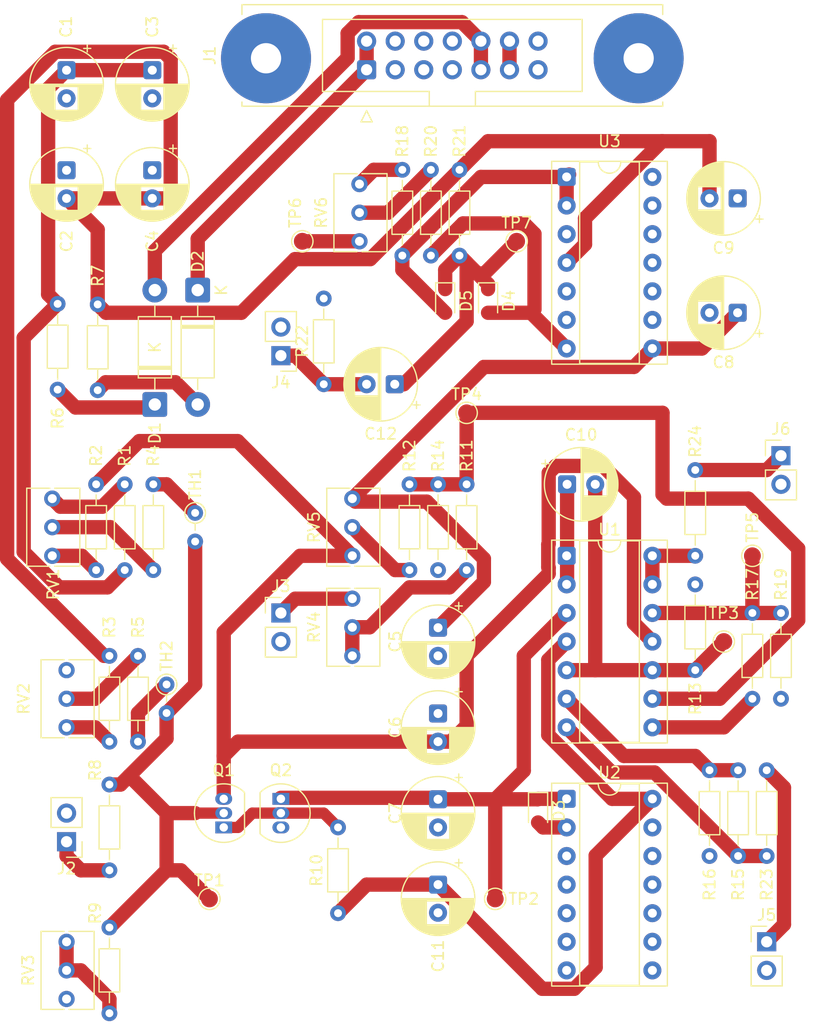
<source format=kicad_pcb>
(kicad_pcb (version 20241229) (generator "pcbnew") (generator_version "9.0")
  (layers (0 "F.Cu" signal) (2 "B.Cu" signal) (13 "F.Paste" user) (15 "B.Paste" user) (5 "F.SilkS" user "F.Silkscreen") (7 "B.SilkS" user "B.Silkscreen") (1 "F.Mask" user) (3 "B.Mask" user) (25 "Edge.Cuts" user))
  (net 0 "")
  (net 1 "GND")
  (net 2 "+12V")
  (net 3 "-12V")
  (net 4 "Net-(D3-K)")
  (net 5 "Net-(U1B-+)")
  (net 6 "Net-(U1A--)")
  (net 7 "Net-(D4-K)")
  (net 8 "Net-(D1-K)")
  (net 9 "Net-(D1-A)")
  (net 10 "Net-(D2-A)")
  (net 11 "Net-(D2-K)")
  (net 12 "Net-(D3-A)")
  (net 13 "Net-(D4-A)")
  (net 14 "Net-(D5-A)")
  (net 17 "+5V")
  (net 20 "Net-(Q1-B)")
  (net 21 "Net-(Q1-C)")
  (net 22 "Net-(R1-Pad1)")
  (net 23 "Net-(R2-Pad2)")
  (net 24 "Net-(R3-Pad2)")
  (net 25 "Net-(R4-Pad2)")
  (net 26 "Net-(R4-Pad1)")
  (net 27 "Net-(R5-Pad1)")
  (net 28 "Net-(R5-Pad2)")
  (net 29 "Net-(R9-Pad2)")
  (net 30 "Net-(U1C--)")
  (net 31 "Net-(R11-Pad1)")
  (net 32 "Net-(R12-Pad1)")
  (net 33 "Net-(U1B--)")
  (net 34 "Net-(R15-Pad2)")
  (net 35 "Net-(R17-Pad1)")
  (net 36 "Net-(U1D-+)")
  (net 37 "Net-(R18-Pad1)")
  (net 38 "Net-(R20-Pad2)")
  (net 39 "Net-(U1D--)")
  (net 40 "Net-(U3B--)")
  (net 46 "Net-(J4-Pin_1)")
  (net 47 "Net-(J3-Pin_1)")
  (net 48 "Net-(J2-Pin_1)")
  (net 49 "Net-(J5-Pin_1)")
  (net 50 "Net-(J6-Pin_1)")
  (footprint "Resistor_THT:R_Axial_DIN0204_L3.6mm_D1.6mm_P7.62mm_Horizontal" (layer "F.Cu") (at -1.27 -81.28 90)
    (property "Reference" "R11")
    (property "Value" "68k")
  )
  (footprint "Resistor_THT:R_Axial_DIN0204_L3.6mm_D1.6mm_P7.62mm_Horizontal" (layer "F.Cu") (at -4.445 -109.22 90)
    (property "Reference" "R20")
    (property "Value" "50k")
  )
  (footprint "Resistor_THT:R_Axial_DIN0204_L3.6mm_D1.6mm_P7.62mm_Horizontal" (layer "F.Cu") (at -13.97 -97.79 90)
    (property "Reference" "R22")
    (property "Value" "200k")
  )
  (footprint "Capacitor_THT:CP_Radial_D6.3mm_P2.50mm" (layer "F.Cu") (at -29.21 -125.69 -90)
    (property "Reference" "C3")
    (property "Value" "0.1u")
  )
  (footprint "Capacitor_THT:CP_Radial_D6.3mm_P2.50mm" (layer "F.Cu") (at 7.66 -88.9)
    (property "Reference" "C10")
    (property "Value" "1u")
  )
  (footprint "TestPoint:TestPoint_Pad_D1.5mm" (layer "F.Cu") (at 24.13 -82.55 90)
    (property "Reference" "TP5")
    (property "Value" "TestPoint")
  )
  (footprint "Package_DIP:DIP-14_W7.62mm_Socket" (layer "F.Cu") (at 7.62 -82.55)
    (property "Reference" "U1")
    (property "Value" "TL074")
  )
  (footprint "Package_DIP:DIP-14_W7.62mm_Socket" (layer "F.Cu") (at 7.62 -60.96)
    (property "Reference" "U2")
    (property "Value" "40106")
  )
  (footprint "Capacitor_THT:CP_Radial_D6.3mm_P2.50mm" (layer "F.Cu") (at -3.81 -53.34 -90)
    (property "Reference" "C11")
    (property "Value" "0.1u")
  )
  (footprint "Connector_PinHeader_2.54mm:PinHeader_1x02_P2.54mm_Vertical" (layer "F.Cu") (at 25.4 -48.26)
    (property "Reference" "J5")
    (property "Value" "OUT_saw")
  )
  (footprint "Diode_THT:D_DO-41_SOD81_P10.16mm_Horizontal" (layer "F.Cu") (at -28.983 -95.993 90)
    (property "Reference" "D1")
    (property "Value" "1N5819")
  )
  (footprint "Connector_IDC:IDC-Header_2x07-1MP_P2.54mm_Latch_Vertical" (layer "F.Cu") (at -10.16 -125.73 90)
    (property "Reference" "J1")
    (property "Value" "Power")
  )
  (footprint "Resistor_THT:R_Axial_DIN0204_L3.6mm_D1.6mm_P7.62mm_Horizontal" (layer "F.Cu") (at 19.05 -80.01 -90)
    (property "Reference" "R13")
    (property "Value" "100k")
  )
  (footprint "Resistor_THT:R_Axial_DIN0204_L3.6mm_D1.6mm_P2.54mm_Vertical" (layer "F.Cu") (at -27.94 -71.12 -90)
    (property "Reference" "TH2")
    (property "Value" "NTC 10k")
  )
  (footprint "Resistor_THT:R_Axial_DIN0204_L3.6mm_D1.6mm_P7.62mm_Horizontal" (layer "F.Cu") (at -29.12 -88.9 -90)
    (property "Reference" "R4")
    (property "Value" "100k")
  )
  (footprint "Resistor_THT:R_Axial_DIN0204_L3.6mm_D1.6mm_P7.62mm_Horizontal" (layer "F.Cu") (at -33.02 -73.66 -90)
    (property "Reference" "R3")
    (property "Value" "100k")
  )
  (footprint "TestPoint:TestPoint_Pad_D1.5mm" (layer "F.Cu") (at 1.27 -52.07)
    (property "Reference" "TP2")
    (property "Value" "TestPoint")
  )
  (footprint "Resistor_THT:R_Axial_DIN0204_L3.6mm_D1.6mm_P7.62mm_Horizontal" (layer "F.Cu") (at -33.02 -49.53 -90)
    (property "Reference" "R9")
    (property "Value" "1.5K")
  )
  (footprint "Potentiometer_THT:Potentiometer_Bourns_3266Y_Vertical" (layer "F.Cu") (at -38.1 -87.63 90)
    (property "Reference" "RV1")
    (property "Value" "100k")
  )
  (footprint "Resistor_THT:R_Axial_DIN0204_L3.6mm_D1.6mm_P7.62mm_Horizontal" (layer "F.Cu") (at -6.35 -81.28 90)
    (property "Reference" "R12")
    (property "Value" "100k")
  )
  (footprint "Resistor_THT:R_Axial_DIN0204_L3.6mm_D1.6mm_P7.62mm_Horizontal" (layer "F.Cu") (at -1.905 -109.22 90)
    (property "Reference" "R21")
    (property "Value" "20k")
  )
  (footprint "Capacitor_THT:CP_Radial_D6.3mm_P2.50mm" (layer "F.Cu") (at 22.82 -104.14 180)
    (property "Reference" "C8")
    (property "Value" "0.1u")
  )
  (footprint "TestPoint:TestPoint_Pad_D1.5mm" (layer "F.Cu") (at -1.27 -95.25)
    (property "Reference" "TP4")
    (property "Value" "TestPoint")
  )
  (footprint "Resistor_THT:R_Axial_DIN0204_L3.6mm_D1.6mm_P7.62mm_Horizontal" (layer "F.Cu") (at 24.13 -69.85 90)
    (property "Reference" "R17")
    (property "Value" "100k")
  )
  (footprint "Resistor_THT:R_Axial_DIN0204_L3.6mm_D1.6mm_P7.62mm_Horizontal" (layer "F.Cu") (at -6.985 -116.84 -90)
    (property "Reference" "R18")
    (property "Value" "50k")
  )
  (footprint "Diode_THT:D_DO-41_SOD81_P10.16mm_Horizontal" (layer "F.Cu") (at -25.173 -106.153 -90)
    (property "Reference" "D2")
    (property "Value" "1N5819")
  )
  (footprint "Capacitor_THT:CP_Radial_D6.3mm_P2.50mm" (layer "F.Cu") (at -3.81 -60.92 -90)
    (property "Reference" "C7")
    (property "Value" "2.2n")
  )
  (footprint "Resistor_THT:R_Axial_DIN0204_L3.6mm_D1.6mm_P7.62mm_Horizontal" (layer "F.Cu") (at 19.05 -90.17 -90)
    (property "Reference" "R24")
    (property "Value" "1k")
  )
  (footprint "TestPoint:TestPoint_Pad_D1.5mm" (layer "F.Cu") (at -24.13 -52.07)
    (property "Reference" "TP1")
    (property "Value" "TestPoint")
  )
  (footprint "Capacitor_THT:CP_Radial_D6.3mm_P2.50mm" (layer "F.Cu") (at 22.82 -114.3 180)
    (property "Reference" "C9")
    (property "Value" "0.1u")
  )
  (footprint "Capacitor_THT:CP_Radial_D6.3mm_P2.50mm" (layer "F.Cu") (at -3.81 -68.54 -90)
    (property "Reference" "C6")
    (property "Value" "0.1u")
  )
  (footprint "Package_TO_SOT_THT:TO-92_Inline" (layer "F.Cu") (at -22.86 -58.42 90)
    (property "Reference" "Q1")
    (property "Value" "BC558")
  )
  (footprint "Capacitor_THT:CP_Radial_D6.3mm_P2.50mm" (layer "F.Cu") (at -36.83 -125.69 -90)
    (property "Reference" "C1")
    (property "Value" "1u")
  )
  (footprint "Potentiometer_THT:Potentiometer_Bourns_3266Y_Vertical" (layer "F.Cu") (at -10.795 -115.57 90)
    (property "Reference" "RV6")
    (property "Value" "100k")
  )
  (footprint "Resistor_THT:R_Axial_DIN0204_L3.6mm_D1.6mm_P7.62mm_Horizontal" (layer "F.Cu") (at 22.86 -63.5 -90)
    (property "Reference" "R15")
    (property "Value" "100k")
  )
  (footprint "Capacitor_THT:CP_Radial_D6.3mm_P2.50mm" (layer "F.Cu") (at -3.81 -76.16 -90)
    (property "Reference" "C5")
    (property "Value" "0.1u")
  )
  (footprint "Diode_SMD:D_SOD-323" (layer "F.Cu") (at 5.08 -59.91 -90)
    (property "Reference" "D3")
    (property "Value" "1N4148WS")
  )
  (footprint "Package_TO_SOT_THT:TO-92_Inline" (layer "F.Cu") (at -17.78 -60.96 -90)
    (property "Reference" "Q2")
    (property "Value" "BC548")
  )
  (footprint "Package_DIP:DIP-14_W7.62mm_Socket" (layer "F.Cu") (at 7.62 -116.205)
    (property "Reference" "U3")
    (property "Value" "TL072")
  )
  (footprint "Potentiometer_THT:Potentiometer_Bourns_3266Y_Vertical" (layer "F.Cu") (at -11.43 -87.63 90)
    (property "Reference" "RV5")
    (property "Value" "100k")
  )
  (footprint "Resistor_THT:R_Axial_DIN0204_L3.6mm_D1.6mm_P7.62mm_Horizontal" (layer "F.Cu") (at -12.7 -50.8 90)
    (property "Reference" "R10")
    (property "Value" "1M")
  )
  (footprint "Capacitor_THT:CP_Radial_D6.3mm_P2.50mm" (layer "F.Cu") (at -7.66 -97.79 180)
    (property "Reference" "C12")
    (property "Value" "1u")
  )
  (footprint "Resistor_THT:R_Axial_DIN0204_L3.6mm_D1.6mm_P7.62mm_Horizontal" (layer "F.Cu") (at -34.063 -97.263 90)
    (property "Reference" "R7")
    (property "Value" "10")
  )
  (footprint "Resistor_THT:R_Axial_DIN0204_L3.6mm_D1.6mm_P7.62mm_Horizontal" (layer "F.Cu") (at 25.4 -63.5 -90)
    (property "Reference" "R23")
    (property "Value" "1k")
  )
  (footprint "TestPoint:TestPoint_Pad_D1.5mm" (layer "F.Cu") (at -15.875 -110.49)
    (property "Reference" "TP6")
    (property "Value" "TestPoint")
  )
  (footprint "Resistor_THT:R_Axial_DIN0204_L3.6mm_D1.6mm_P7.62mm_Horizontal" (layer "F.Cu") (at 26.67 -77.47 -90)
    (property "Reference" "R19")
    (property "Value" "60k")
  )
  (footprint "Resistor_THT:R_Axial_DIN0204_L3.6mm_D1.6mm_P7.62mm_Horizontal" (layer "F.Cu") (at -33.02 -54.61 90)
    (property "Reference" "R8")
    (property "Value" "100k")
  )
  (footprint "Potentiometer_THT:Potentiometer_Bourns_3266Y_Vertical" (layer "F.Cu") (at -36.83 -48.26 90)
    (property "Reference" "RV3")
    (property "Value" "1k")
  )
  (footprint "Capacitor_THT:CP_Radial_D6.3mm_P2.50mm" (layer "F.Cu") (at -36.83 -116.8 -90)
    (property "Reference" "C2")
    (property "Value" "1u")
  )
  (footprint "Diode_SMD:D_SOD-323" (layer "F.Cu") (at 0.635 -105.19 -90)
    (property "Reference" "D4")
    (property "Value" "1N4148WS" (hide yes))
  )
  (footprint "Resistor_THT:R_Axial_DIN0204_L3.6mm_D1.6mm_P7.62mm_Horizontal" (layer "F.Cu") (at -34.2 -88.9 -90)
    (property "Reference" "R2")
    (property "Value" "33k")
  )
  (footprint "Capacitor_THT:CP_Radial_D6.3mm_P2.50mm" (layer "F.Cu") (at -29.21 -116.8 -90)
    (property "Reference" "C4")
    (property "Value" "0.1u")
  )
  (footprint "Resistor_THT:R_Axial_DIN0204_L3.6mm_D1.6mm_P7.62mm_Horizontal" (layer "F.Cu") (at 20.32 -63.5 -90)
    (property "Reference" "R16")
    (property "Value" "47k")
  )
  (footprint "Connector_PinHeader_2.54mm:PinHeader_1x02_P2.54mm_Vertical" (layer "F.Cu") (at -17.78 -100.33 180)
    (property "Reference" "J4")
    (property "Value" "OUT_triangle")
  )
  (footprint "Resistor_THT:R_Axial_DIN0204_L3.6mm_D1.6mm_P2.54mm_Vertical" (layer "F.Cu") (at -25.4 -86.36 -90)
    (property "Reference" "TH1")
    (property "Value" "NTC 10k")
  )
  (footprint "TestPoint:TestPoint_Pad_D1.5mm" (layer "F.Cu") (at 3.175 -110.49)
    (property "Reference" "TP7")
    (property "Value" "TestPoint")
  )
  (footprint "TestPoint:TestPoint_Pad_D1.5mm" (layer "F.Cu") (at 21.59 -74.93)
    (property "Reference" "TP3")
    (property "Value" "TestPoint")
  )
  (footprint "Resistor_THT:R_Axial_DIN0204_L3.6mm_D1.6mm_P7.62mm_Horizontal" (layer "F.Cu") (at -30.48 -66.04 90)
    (property "Reference" "R5")
    (property "Value" "1M")
  )
  (footprint "Diode_SMD:D_SOD-323" (layer "F.Cu") (at -3.175 -105.19 -90)
    (property "Reference" "D5")
    (property "Value" "1N4148WS")
  )
  (footprint "Resistor_THT:R_Axial_DIN0204_L3.6mm_D1.6mm_P7.62mm_Horizontal" (layer "F.Cu") (at -31.66 -88.9 -90)
    (property "Reference" "R1")
    (property "Value" "100k")
  )
  (footprint "Resistor_THT:R_Axial_DIN0204_L3.6mm_D1.6mm_P7.62mm_Horizontal" (layer "F.Cu") (at -37.623 -97.313 90)
    (property "Reference" "R6")
    (property "Value" "10")
  )
  (footprint "Connector_PinHeader_2.54mm:PinHeader_1x02_P2.54mm_Vertical" (layer "F.Cu") (at -17.78 -77.47)
    (property "Reference" "J3")
    (property "Value" "Conn_01x02_Pin")
  )
  (footprint "Potentiometer_THT:Potentiometer_Bourns_3266Y_Vertical" (layer "F.Cu") (at -36.83 -72.39 90)
    (property "Reference" "RV2")
    (property "Value" "100k")
  )
  (footprint "Potentiometer_THT:Potentiometer_Bourns_3266Y_Vertical" (layer "F.Cu") (at -11.43 -78.74 90)
    (property "Reference" "RV4")
    (property "Value" "100k")
  )
  (footprint "Connector_PinHeader_2.54mm:PinHeader_1x02_P2.54mm_Vertical" (layer "F.Cu") (at -36.83 -57.15 180)
    (property "Reference" "J2")
    (property "Value" "IN_vco")
  )
  (footprint "Resistor_THT:R_Axial_DIN0204_L3.6mm_D1.6mm_P7.62mm_Horizontal" (layer "F.Cu") (at -3.81 -88.9 -90)
    (property "Reference" "R14")
    (property "Value" "14k")
  )
  (footprint "Connector_PinHeader_2.54mm:PinHeader_1x02_P2.54mm_Vertical" (layer "F.Cu") (at 26.67 -91.44)
    (property "Reference" "J6")
    (property "Value" "OUT_pwm")
  )
  (segment (start 10.2 -55.92) (end 15.24 -60.96) (width 1.27) (layer "F.Cu") (net 2))
  (segment (start 13.604 -99.329) (end 15.24 -100.965) (width 1.27) (layer "F.Cu") (net 2))
  (segment (start -4.814 -87.364) (end -11.164 -87.364) (width 1.27) (layer "F.Cu") (net 2))
  (segment (start 5.984 -73.294) (end 5.984 -66.632346) (width 1.27) (layer "F.Cu") (net 2))
  (segment (start -3.81 -53.34) (end -10.16 -53.34) (width 1.27) (layer "F.Cu") (net 2))
  (segment (start 5.446 -44.084) (end 8.297654 -44.084) (width 1.27) (layer "F.Cu") (net 2))
  (segment (start 7.62 -74.93) (end 5.984 -73.294) (width 1.27) (layer "F.Cu") (net 2))
  (segment (start -38.466 -124.054) (end -38.466 -105.776) (width 1.27) (layer "F.Cu") (net 2))
  (segment (start -11.164 -87.364) (end -11.43 -87.63) (width 1.27) (layer "F.Cu") (net 2))
  (segment (start -40.64 -101.916) (end -40.64 -82.889483) (width 1.27) (layer "F.Cu") (net 2))
  (segment (start 11.656346 -60.96) (end 15.24 -60.96) (width 1.27) (layer "F.Cu") (net 2))
  (segment (start -3.81 -76.16) (end 0.266 -80.236) (width 1.27) (layer "F.Cu") (net 2))
  (segment (start 10.2 -45.986346) (end 10.2 -55.92) (width 1.27) (layer "F.Cu") (net 2))
  (segment (start -38.466 -105.776) (end -37.623 -104.933) (width 1.27) (layer "F.Cu") (net 2))
  (segment (start -36.87 -125.73) (end -36.83 -125.69) (width 1.27) (layer "F.Cu") (net 2))
  (segment (start 0.266 -80.236) (end 0.266 -82.284) (width 1.27) (layer "F.Cu") (net 2))
  (segment (start 19.645 -100.965) (end 15.24 -100.965) (width 1.27) (layer "F.Cu") (net 2))
  (segment (start 5.984 -66.632346) (end 11.656346 -60.96) (width 1.27) (layer "F.Cu") (net 2))
  (segment (start -10.16 -53.34) (end -12.7 -50.8) (width 1.27) (layer "F.Cu") (net 2))
  (segment (start -36.83 -125.69) (end -38.466 -124.054) (width 1.27) (layer "F.Cu") (net 2))
  (segment (start -3.81 -53.34) (end 5.446 -44.084) (width 1.27) (layer "F.Cu") (net 2))
  (segment (start 0.266 -82.284) (end -4.814 -87.364) (width 1.27) (layer "F.Cu") (net 2))
  (segment (start 0.269 -99.329) (end 13.604 -99.329) (width 1.27) (layer "F.Cu") (net 2))
  (segment (start -33.196 -79.744) (end -31.66 -81.28) (width 1.27) (layer "F.Cu") (net 2))
  (segment (start -29.21 -125.69) (end -36.83 -125.69) (width 1.27) (layer "F.Cu") (net 2))
  (segment (start -37.623 -104.933) (end -40.64 -101.916) (width 1.27) (layer "F.Cu") (net 2))
  (segment (start -11.43 -87.63) (end 0.269 -99.329) (width 1.27) (layer "F.Cu") (net 2))
  (segment (start -37.494517 -79.744) (end -33.196 -79.744) (width 1.27) (layer "F.Cu") (net 2))
  (segment (start -40.64 -82.889483) (end -37.494517 -79.744) (width 1.27) (layer "F.Cu") (net 2))
  (segment (start 22.82 -104.14) (end 19.645 -100.965) (width 1.27) (layer "F.Cu") (net 2))
  (segment (start 8.297654 -44.084) (end 10.2 -45.986346) (width 1.27) (layer "F.Cu") (net 2))
  (segment (start -42.111 -82.280175) (end -42.111 -123.051762) (width 1.27) (layer "F.Cu") (net 3))
  (segment (start 6.024 -80.954) (end -1.27 -73.66) (width 1.27) (layer "F.Cu") (net 3))
  (segment (start 20.32 -119.38) (end 16.101346 -119.38) (width 1.27) (layer "F.Cu") (net 3))
  (segment (start -29.21 -114.3) (end -36.83 -114.3) (width 1.27) (layer "F.Cu") (net 3))
  (segment (start -1.27 -73.66) (end -1.27 -67.44863) (width 1.27) (layer "F.Cu") (net 3))
  (segment (start -22.86 -75.762) (end -22.86 -64.77) (width 1.27) (layer "F.Cu") (net 3))
  (segment (start -33.490825 -73.66) (end -42.111 -82.280175) (width 1.27) (layer "F.Cu") (net 3))
  (segment (start 9.256 -110.221) (end 7.62 -108.585) (width 1.27) (layer "F.Cu") (net 3))
  (segment (start -16.072 -82.55) (end -22.86 -75.762) (width 1.27) (layer "F.Cu") (net 3))
  (segment (start -2.67863 -66.04) (end -3.81 -66.04) (width 1.27) (layer "F.Cu") (net 3))
  (segment (start 6.024 -81.503238) (end 6.024 -80.954) (width 1.27) (layer "F.Cu") (net 3))
  (segment (start -42.111 -123.051762) (end -37.836762 -127.326) (width 1.27) (layer "F.Cu") (net 3))
  (segment (start -34.063 -111.533) (end -36.83 -114.3) (width 1.27) (layer "F.Cu") (net 3))
  (segment (start -34.2 -88.9) (end -30.359 -92.741) (width 1.27) (layer "F.Cu") (net 3))
  (segment (start 6.653238 -90.536) (end 6.024 -89.906762) (width 1.27) (layer "F.Cu") (net 3))
  (segment (start -22.86 -64.77) (end -22.86 -61.051) (width 1.27) (layer "F.Cu") (net 3))
  (segment (start -1.905 -116.84) (end 0.635 -119.38) (width 1.27) (layer "F.Cu") (net 3))
  (segment (start -27.574 -126.696762) (end -27.574 -114.666) (width 1.27) (layer "F.Cu") (net 3))
  (segment (start -27.574 -114.666) (end -27.94 -114.3) (width 1.27) (layer "F.Cu") (net 3))
  (segment (start -11.43 -82.55) (end -16.072 -82.55) (width 1.27) (layer "F.Cu") (net 3))
  (segment (start 5.984 -81.543238) (end 6.024 -81.503238) (width 1.27) (layer "F.Cu") (net 3))
  (segment (start -21.295943 -104.14) (end -16.531943 -108.904) (width 1.27) (layer "F.Cu") (net 3))
  (segment (start -37.836762 -127.326) (end -28.203238 -127.326) (width 1.27) (layer "F.Cu") (net 3))
  (segment (start 10.837654 -90.536) (end 6.653238 -90.536) (width 1.27) (layer "F.Cu") (net 3))
  (segment (start -27.94 -114.3) (end -29.21 -114.3) (width 1.27) (layer "F.Cu") (net 3))
  (segment (start 0.635 -119.38) (end 16.101346 -119.38) (width 1.27) (layer "F.Cu") (net 3))
  (segment (start 6.024 -83.596762) (end 5.984 -83.556762) (width 1.27) (layer "F.Cu") (net 3))
  (segment (start 5.984 -83.556762) (end 5.984 -81.543238) (width 1.27) (layer "F.Cu") (net 3))
  (segment (start 15.24 -74.93) (end 13.604 -76.566) (width 1.27) (layer "F.Cu") (net 3))
  (segment (start -33.02 -73.66) (end -33.490825 -73.66) (width 1.27) (layer "F.Cu") (net 3))
  (segment (start 13.604 -76.566) (end 13.604 -87.769654) (width 1.27) (layer "F.Cu") (net 3))
  (segment (start 20.32 -119.38) (end 20.32 -114.3) (width 1.27) (layer "F.Cu") (net 3))
  (segment (start -1.27 -67.44863) (end -2.67863 -66.04) (width 1.27) (layer "F.Cu") (net 3))
  (segment (start 16.101346 -119.38) (end 9.256 -112.534654) (width 1.27) (layer "F.Cu") (net 3))
  (segment (start -34.063 -104.883) (end -33.32 -104.14) (width 1.27) (layer "F.Cu") (net 3))
  (segment (start -3.81 -66.04) (end -21.59 -66.04) (width 1.27) (layer "F.Cu") (net 3))
  (segment (start -28.203238 -127.326) (end -27.574 -126.696762) (width 1.27) (layer "F.Cu") (net 3))
  (segment (start -34.063 -104.883) (end -34.063 -111.533) (width 1.27) (layer "F.Cu") (net 3))
  (segment (start -9.841 -108.904) (end -1.905 -116.84) (width 1.27) (layer "F.Cu") (net 3))
  (segment (start 6.024 -89.906762) (end 6.024 -83.596762) (width 1.27) (layer "F.Cu") (net 3))
  (segment (start 13.604 -87.769654) (end 10.837654 -90.536) (width 1.27) (layer "F.Cu") (net 3))
  (segment (start -16.531943 -108.904) (end -9.841 -108.904) (width 1.27) (layer "F.Cu") (net 3))
  (segment (start -21.621 -92.741) (end -11.43 -82.55) (width 1.27) (layer "F.Cu") (net 3))
  (segment (start 9.256 -112.534654) (end 9.256 -110.221) (width 1.27) (layer "F.Cu") (net 3))
  (segment (start -30.359 -92.741) (end -21.621 -92.741) (width 1.27) (layer "F.Cu") (net 3))
  (segment (start -21.59 -66.04) (end -22.86 -64.77) (width 1.27) (layer "F.Cu") (net 3))
  (segment (start -33.32 -104.14) (end -21.295943 -104.14) (width 1.27) (layer "F.Cu") (net 3))
  (segment (start 7.62 -77.47) (end 3.81 -73.66) (width 1.27) (layer "F.Cu") (net 4))
  (segment (start 3.81 -73.66) (end 3.81 -63.46) (width 1.27) (layer "F.Cu") (net 4))
  (segment (start -3.81 -60.92) (end -3.941 -61.051) (width 1.27) (layer "F.Cu") (net 4))
  (segment (start -3.941 -61.051) (end -17.78 -61.051) (width 1.27) (layer "F.Cu") (net 4))
  (segment (start 1.27 -52.07) (end 1.27 -60.92) (width 1.27) (layer "F.Cu") (net 4))
  (segment (start 1.27 -60.92) (end 5.04 -60.92) (width 1.27) (layer "F.Cu") (net 4))
  (segment (start 3.81 -63.46) (end 1.27 -60.92) (width 1.27) (layer "F.Cu") (net 4))
  (segment (start 7.62 -60.96) (end 5.08 -60.96) (width 1.27) (layer "F.Cu") (net 4))
  (segment (start 5.04 -60.92) (end 5.08 -60.96) (width 1.27) (layer "F.Cu") (net 4))
  (segment (start -3.81 -60.92) (end 1.27 -60.92) (width 1.27) (layer "F.Cu") (net 4))
  (segment (start 15.24 -72.39) (end 19.05 -72.39) (width 1.27) (layer "F.Cu") (net 5))
  (segment (start 15.24 -72.39) (end 10.16 -72.39) (width 1.27) (layer "F.Cu") (net 5))
  (segment (start 21.59 -74.93) (end 19.05 -72.39) (width 1.27) (layer "F.Cu") (net 5))
  (segment (start 10.16 -72.39) (end 7.62 -72.39) (width 1.27) (layer "F.Cu") (net 5))
  (segment (start 10.16 -88.9) (end 10.16 -72.39) (width 1.27) (layer "F.Cu") (net 5))
  (segment (start 7.66 -88.9) (end 7.66 -80.05) (width 1.27) (layer "F.Cu") (net 6))
  (segment (start 7.66 -80.05) (end 7.62 -80.01) (width 1.27) (layer "F.Cu") (net 6))
  (segment (start 0.3175 -107.6325) (end -0.3175 -107.6325) (width 1.27) (layer "F.Cu") (net 7))
  (segment (start 0.635 -106.24) (end 0.635 -106.68) (width 1.27) (layer "F.Cu") (net 7))
  (segment (start -0.3175 -107.6325) (end -1.905 -109.22) (width 1.27) (layer "F.Cu") (net 7))
  (segment (start -1.27 -108.585) (end -1.905 -109.22) (width 1.27) (layer "F.Cu") (net 7))
  (segment (start -7.66 -97.79) (end -6.86 -97.79) (width 1.27) (layer "F.Cu") (net 7))
  (segment (start -3.175 -107.95) (end -1.905 -109.22) (width 1.27) (layer "F.Cu") (net 7))
  (segment (start -1.27 -103.38) (end -1.27 -108.585) (width 1.27) (layer "F.Cu") (net 7))
  (segment (start 0.635 -106.68) (end -0.3175 -107.6325) (width 1.27) (layer "F.Cu") (net 7))
  (segment (start 3.175 -110.49) (end 0.3175 -107.6325) (width 1.27) (layer "F.Cu") (net 7))
  (segment (start -6.86 -97.79) (end -1.27 -103.38) (width 1.27) (layer "F.Cu") (net 7))
  (segment (start -3.175 -106.24) (end -3.175 -107.95) (width 1.27) (layer "F.Cu") (net 7))
  (segment (start -29.249 -95.727) (end -36.037 -95.727) (width 1.27) (layer "F.Cu") (net 8))
  (segment (start -36.037 -95.727) (end -37.623 -97.313) (width 1.27) (layer "F.Cu") (net 8))
  (segment (start -28.983 -95.993) (end -29.249 -95.727) (width 1.27) (layer "F.Cu") (net 8))
  (segment (start -28.983 -106.153) (end -28.983 -109.649762) (width 1.27) (layer "F.Cu") (net 9))
  (segment (start 0 -125.73) (end 0 -128.27) (width 1.27) (layer "F.Cu") (net 9))
  (segment (start -28.983 -109.649762) (end -11.846 -126.786762) (width 1.27) (layer "F.Cu") (net 9))
  (segment (start -11.846 -126.786762) (end -11.846 -128.968365) (width 1.27) (layer "F.Cu") (net 9))
  (segment (start -1.686 -129.956) (end 0 -128.27) (width 1.27) (layer "F.Cu") (net 9))
  (segment (start -10.858365 -129.956) (end -1.686 -129.956) (width 1.27) (layer "F.Cu") (net 9))
  (segment (start -11.846 -128.968365) (end -10.858365 -129.956) (width 1.27) (layer "F.Cu") (net 9))
  (segment (start -27.143 -97.963) (end -25.173 -95.993) (width 1.27) (layer "F.Cu") (net 10))
  (segment (start -34.063 -97.263) (end -33.363 -97.963) (width 1.27) (layer "F.Cu") (net 10))
  (segment (start -33.363 -97.963) (end -27.143 -97.963) (width 1.27) (layer "F.Cu") (net 10))
  (segment (start -10.16 -128.27) (end -10.16 -125.73) (width 1.27) (layer "F.Cu") (net 11))
  (segment (start -25.173 -106.153) (end -25.173 -110.717) (width 1.27) (layer "F.Cu") (net 11))
  (segment (start -25.173 -110.717) (end -10.16 -125.73) (width 1.27) (layer "F.Cu") (net 11))
  (segment (start 5.52 -58.42) (end 5.08 -58.86) (width 1.27) (layer "F.Cu") (net 12))
  (segment (start 7.62 -58.42) (end 5.52 -58.42) (width 1.27) (layer "F.Cu") (net 12))
  (segment (start 0.635 -104.14) (end 4.445 -104.14) (width 1.27) (layer "F.Cu") (net 13))
  (segment (start 4.761 -111.146943) (end 4.761 -104.456) (width 1.27) (layer "F.Cu") (net 13))
  (segment (start -4.445 -109.22) (end -1.589 -112.076) (width 1.27) (layer "F.Cu") (net 13))
  (segment (start 3.831943 -112.076) (end 4.761 -111.146943) (width 1.27) (layer "F.Cu") (net 13))
  (segment (start 4.445 -104.14) (end 7.62 -100.965) (width 1.27) (layer "F.Cu") (net 13))
  (segment (start -1.589 -112.076) (end 3.831943 -112.076) (width 1.27) (layer "F.Cu") (net 13))
  (segment (start 4.445 -104.14) (end 4.761 -104.456) (width 1.27) (layer "F.Cu") (net 13))
  (segment (start -3.175 -104.14) (end -6.985 -107.95) (width 1.27) (layer "F.Cu") (net 14))
  (segment (start 7.84 -116.425) (end 7.62 -116.205) (width 1.27) (layer "F.Cu") (net 14))
  (segment (start -6.985 -107.95) (end -6.985 -109.22) (width 1.27) (layer "F.Cu") (net 14))
  (segment (start 7.62 -113.665) (end 7.62 -116.205) (width 1.27) (layer "F.Cu") (net 14))
  (segment (start 7.62 -116.205) (end 0 -116.205) (width 1.27) (layer "F.Cu") (net 14))
  (segment (start -6.985 -109.22) (end 0 -116.205) (width 1.27) (layer "F.Cu") (net 14))
  (segment (start 2.54 -125.73) (end 2.54 -128.27) (width 1.27) (layer "F.Cu") (net 17))
  (segment (start -25.4 -83.82) (end -25.4 -71.12) (width 1.27) (layer "F.Cu") (net 20))
  (segment (start -27.94 -68.58) (end -27.94 -66.320051) (width 1.27) (layer "F.Cu") (net 20))
  (segment (start -27.94 -59.69) (end -25.4 -59.69) (width 1.27) (layer "F.Cu") (net 20))
  (segment (start -33.02 -49.53) (end -27.94 -54.61) (width 1.27) (layer "F.Cu") (net 20))
  (segment (start -31.255025 -63.005025) (end -32.030051 -62.23) (width 1.27) (layer "F.Cu") (net 20))
  (segment (start -24.13 -52.07) (end -26.67 -54.61) (width 1.27) (layer "F.Cu") (net 20))
  (segment (start -25.4 -71.12) (end -27.94 -68.58) (width 1.27) (layer "F.Cu") (net 20))
  (segment (start -32.030051 -62.23) (end -33.02 -62.23) (width 1.27) (layer "F.Cu") (net 20))
  (segment (start -27.94 -59.69) (end -31.255025 -63.005025) (width 1.27) (layer "F.Cu") (net 20))
  (segment (start -22.86 -59.69) (end -25.4 -59.69) (width 1) (layer "F.Cu") (net 20))
  (segment (start -26.67 -54.61) (end -27.94 -54.61) (width 1.27) (layer "F.Cu") (net 20))
  (segment (start -27.94 -66.320051) (end -31.255025 -63.005025) (width 1.27) (layer "F.Cu") (net 20))
  (segment (start -27.94 -54.61) (end -27.94 -59.69) (width 1.27) (layer "F.Cu") (net 20))
  (segment (start -17.78 -59.69) (end -13.97 -59.69) (width 1) (layer "F.Cu") (net 21))
  (segment (start -22.86 -58.42) (end -21.59 -58.42) (width 1) (layer "F.Cu") (net 21))
  (segment (start -13.97 -59.69) (end -12.7 -58.42) (width 1) (layer "F.Cu") (net 21))
  (segment (start -21.59 -58.42) (end -20.32 -59.69) (width 1) (layer "F.Cu") (net 21))
  (segment (start -20.32 -59.69) (end -17.78 -59.69) (width 1) (layer "F.Cu") (net 21))
  (segment (start -33.649999 -86.910001) (end -31.66 -88.9) (width 1.27) (layer "F.Cu") (net 22))
  (segment (start -38.1 -87.63) (end -37.380001 -86.910001) (width 1.27) (layer "F.Cu") (net 22))
  (segment (start -37.380001 -86.910001) (end -33.649999 -86.910001) (width 1.27) (layer "F.Cu") (net 22))
  (segment (start -38.1 -82.55) (end -35.47 -82.55) (width 1.27) (layer "F.Cu") (net 23))
  (segment (start -35.47 -82.55) (end -34.2 -81.28) (width 1.27) (layer "F.Cu") (net 23))
  (segment (start -34.29 -67.31) (end -33.02 -66.04) (width 1.27) (layer "F.Cu") (net 24))
  (segment (start -36.83 -67.31) (end -34.29 -67.31) (width 1.27) (layer "F.Cu") (net 24))
  (segment (start -38.1 -85.09) (end -32.93 -85.09) (width 1.27) (layer "F.Cu") (net 25))
  (segment (start -32.93 -85.09) (end -29.12 -81.28) (width 1.27) (layer "F.Cu") (net 25))
  (segment (start -29.12 -88.9) (end -27.94 -88.9) (width 1.27) (layer "F.Cu") (net 26))
  (segment (start -27.94 -88.9) (end -25.4 -86.36) (width 1.27) (layer "F.Cu") (net 26))
  (segment (start -30.48 -68.58) (end -30.48 -66.04) (width 1.27) (layer "F.Cu") (net 27))
  (segment (start -27.94 -71.12) (end -30.48 -68.58) (width 1.27) (layer "F.Cu") (net 27))
  (segment (start -34.29 -69.85) (end -30.48 -73.66) (width 1.27) (layer "F.Cu") (net 28))
  (segment (start -36.83 -69.85) (end -34.29 -69.85) (width 1.27) (layer "F.Cu") (net 28))
  (segment (start -36.83 -48.26) (end -36.83 -45.72) (width 1.27) (layer "F.Cu") (net 29))
  (segment (start -35.56 -45.72) (end -33.02 -43.18) (width 1.27) (layer "F.Cu") (net 29))
  (segment (start -36.83 -45.72) (end -35.56 -45.72) (width 1.27) (layer "F.Cu") (net 29))
  (segment (start -33.02 -43.18) (end -33.02 -41.91) (width 1.27) (layer "F.Cu") (net 29))
  (segment (start 21.222233 -69.85) (end 15.24 -69.85) (width 1.27) (layer "F.Cu") (net 30))
  (segment (start 28.206 -83.186233) (end 28.206 -76.833767) (width 1.27) (layer "F.Cu") (net 30))
  (segment (start 23.762233 -87.63) (end 28.206 -83.186233) (width 1.27) (layer "F.Cu") (net 30))
  (segment (start -1.27 -95.25) (end -1.27 -88.9) (width 1.27) (layer "F.Cu") (net 30))
  (segment (start 28.206 -76.833767) (end 21.222233 -69.85) (width 1.27) (layer "F.Cu") (net 30))
  (segment (start -1.27 -95.25) (end 16.142233 -95.25) (width 1.27) (layer "F.Cu") (net 30))
  (segment (start 16.51 -87.63) (end 23.762233 -87.63) (width 1.27) (layer "F.Cu") (net 30))
  (segment (start 16.142233 -87.997767) (end 16.51 -87.63) (width 1.27) (layer "F.Cu") (net 30))
  (segment (start -6.35 -88.9) (end -1.27 -88.9) (width 1.27) (layer "F.Cu") (net 30))
  (segment (start 16.142233 -95.25) (end 16.142233 -87.997767) (width 1.27) (layer "F.Cu") (net 30))
  (segment (start -9.894 -76.2) (end -11.43 -76.2) (width 1.27) (layer "F.Cu") (net 31))
  (segment (start -11.43 -73.66) (end -11.43 -76.2) (width 1.27) (layer "F.Cu") (net 31))
  (segment (start -6.35 -79.744) (end -9.894 -76.2) (width 1.27) (layer "F.Cu") (net 31))
  (segment (start -1.27 -81.28) (end -2.806 -79.744) (width 1.27) (layer "F.Cu") (net 31))
  (segment (start -2.806 -79.744) (end -6.35 -79.744) (width 1.27) (layer "F.Cu") (net 31))
  (segment (start -6.35 -81.28) (end -7.62 -81.28) (width 1.27) (layer "F.Cu") (net 32))
  (segment (start -7.62 -81.28) (end -11.43 -85.09) (width 1.27) (layer "F.Cu") (net 32))
  (segment (start 12.7 -64.77) (end 7.62 -69.85) (width 1.27) (layer "F.Cu") (net 33))
  (segment (start 19.05 -64.77) (end 12.7 -64.77) (width 1.27) (layer "F.Cu") (net 33))
  (segment (start 20.32 -63.5) (end 19.05 -64.77) (width 1.27) (layer "F.Cu") (net 33))
  (segment (start 22.86 -63.5) (end 20.32 -63.5) (width 1.27) (layer "F.Cu") (net 33))
  (segment (start 15.441 -63.299) (end 22.86 -55.88) (width 1.27) (layer "F.Cu") (net 34))
  (segment (start 25.4 -55.88) (end 22.86 -55.88) (width 1.27) (layer "F.Cu") (net 34))
  (segment (start 7.62 -67.31) (end 11.631 -63.299) (width 1.27) (layer "F.Cu") (net 34))
  (segment (start 11.631 -63.299) (end 15.441 -63.299) (width 1.27) (layer "F.Cu") (net 34))
  (segment (start 21.59 -67.31) (end 24.13 -69.85) (width 1.27) (layer "F.Cu") (net 35))
  (segment (start 15.24 -67.31) (end 21.59 -67.31) (width 1.27) (layer "F.Cu") (net 35))
  (segment (start 26.67 -77.47) (end 24.13 -77.47) (width 1.27) (layer "F.Cu") (net 36))
  (segment (start 24.13 -77.47) (end 24.13 -82.55) (width 1.27) (layer "F.Cu") (net 36))
  (segment (start 24.13 -77.47) (end 15.24 -77.47) (width 1.27) (layer "F.Cu") (net 36))
  (segment (start -6.985 -116.84) (end -9.525 -116.84) (width 1.27) (layer "F.Cu") (net 37))
  (segment (start -9.525 -116.84) (end -10.795 -115.57) (width 1.27) (layer "F.Cu") (net 37))
  (segment (start -8.255 -113.03) (end -10.795 -113.03) (width 1.27) (layer "F.Cu") (net 38))
  (segment (start -4.445 -116.84) (end -8.255 -113.03) (width 1.27) (layer "F.Cu") (net 38))
  (segment (start 15.24 -80.01) (end 15.24 -82.55) (width 1.27) (layer "F.Cu") (net 39))
  (segment (start 15.24 -82.55) (end 19.05 -82.55) (width 1.27) (layer "F.Cu") (net 39))
  (segment (start -10.795 -110.49) (end -15.875 -110.49) (width 1.27) (layer "F.Cu") (net 40))
  (segment (start -16.51 -100.33) (end -13.97 -97.79) (width 1.27) (layer "F.Cu") (net 46))
  (segment (start -17.78 -100.33) (end -16.51 -100.33) (width 1.27) (layer "F.Cu") (net 46))
  (segment (start -10.16 -97.79) (end -13.97 -97.79) (width 1.27) (layer "F.Cu") (net 46))
  (segment (start -16.51 -78.74) (end -17.78 -77.47) (width 1.27) (layer "F.Cu") (net 47))
  (segment (start -11.43 -78.74) (end -16.51 -78.74) (width 1.27) (layer "F.Cu") (net 47))
  (segment (start -35.56 -54.61) (end -33.02 -54.61) (width 1.27) (layer "F.Cu") (net 48))
  (segment (start -36.83 -55.88) (end -35.56 -54.61) (width 1.27) (layer "F.Cu") (net 48))
  (segment (start -36.83 -57.15) (end -36.83 -55.88) (width 1.27) (layer "F.Cu") (net 48))
  (segment (start 25.4 -63.5) (end 26.936 -61.964) (width 1.27) (layer "F.Cu") (net 49))
  (segment (start 26.936 -61.964) (end 26.936 -49.796) (width 1.27) (layer "F.Cu") (net 49))
  (segment (start 26.936 -49.796) (end 25.4 -48.26) (width 1.27) (layer "F.Cu") (net 49))
  (segment (start 25.4 -90.17) (end 26.67 -91.44) (width 1.27) (layer "F.Cu") (net 50))
  (segment (start 19.05 -90.17) (end 25.4 -90.17) (width 1.27) (layer "F.Cu") (net 50))
)
</source>
